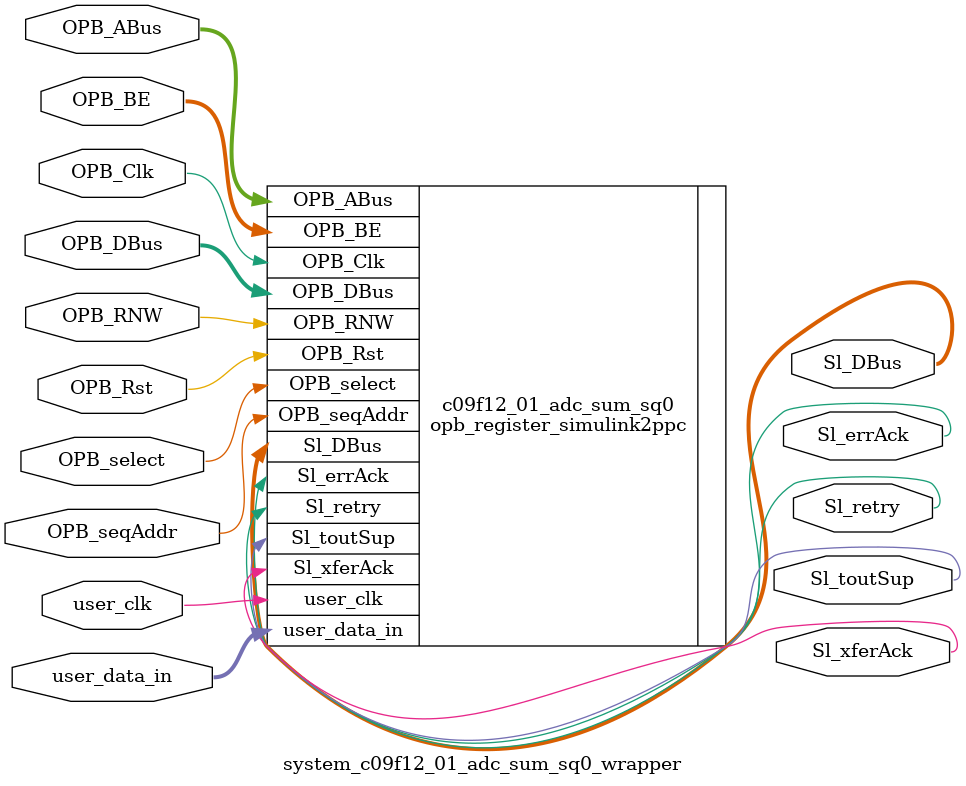
<source format=v>

module system_c09f12_01_adc_sum_sq0_wrapper
  (
    OPB_Clk,
    OPB_Rst,
    Sl_DBus,
    Sl_errAck,
    Sl_retry,
    Sl_toutSup,
    Sl_xferAck,
    OPB_ABus,
    OPB_BE,
    OPB_DBus,
    OPB_RNW,
    OPB_select,
    OPB_seqAddr,
    user_data_in,
    user_clk
  );
  input OPB_Clk;
  input OPB_Rst;
  output [0:31] Sl_DBus;
  output Sl_errAck;
  output Sl_retry;
  output Sl_toutSup;
  output Sl_xferAck;
  input [0:31] OPB_ABus;
  input [0:3] OPB_BE;
  input [0:31] OPB_DBus;
  input OPB_RNW;
  input OPB_select;
  input OPB_seqAddr;
  input [31:0] user_data_in;
  input user_clk;

  opb_register_simulink2ppc
    #(
      .C_BASEADDR ( 32'h01004500 ),
      .C_HIGHADDR ( 32'h010045FF ),
      .C_OPB_AWIDTH ( 32 ),
      .C_OPB_DWIDTH ( 32 ),
      .C_FAMILY ( "virtex5" )
    )
    c09f12_01_adc_sum_sq0 (
      .OPB_Clk ( OPB_Clk ),
      .OPB_Rst ( OPB_Rst ),
      .Sl_DBus ( Sl_DBus ),
      .Sl_errAck ( Sl_errAck ),
      .Sl_retry ( Sl_retry ),
      .Sl_toutSup ( Sl_toutSup ),
      .Sl_xferAck ( Sl_xferAck ),
      .OPB_ABus ( OPB_ABus ),
      .OPB_BE ( OPB_BE ),
      .OPB_DBus ( OPB_DBus ),
      .OPB_RNW ( OPB_RNW ),
      .OPB_select ( OPB_select ),
      .OPB_seqAddr ( OPB_seqAddr ),
      .user_data_in ( user_data_in ),
      .user_clk ( user_clk )
    );

endmodule


</source>
